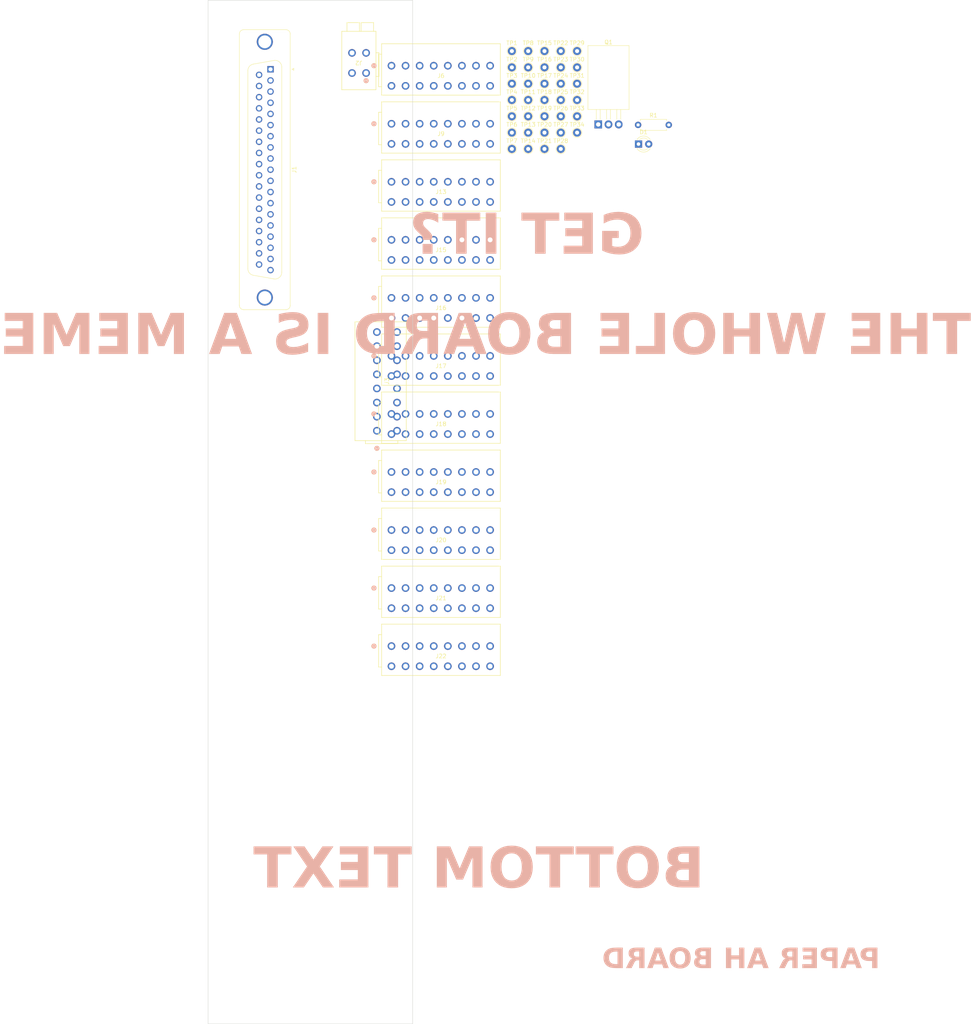
<source format=kicad_pcb>
(kicad_pcb (version 20241229) (generator "pcbnew") (generator_version "9.0")
  (title_block (title "NI_9205_Breakout") (date "2025-11-25") (rev "V1.0") (company "SDSU Rocket Project"))
  (layers (0 "F.Cu" signal) (2 "B.Cu" signal) (13 "F.Paste" user) (15 "B.Paste" user) (5 "F.SilkS" user "F.Silkscreen") (7 "B.SilkS" user "B.Silkscreen") (1 "F.Mask" user) (3 "B.Mask" user) (25 "Edge.Cuts" user))
  (net 0 "")
  (net 1 "COM")
  (net 2 "Net-(D1-A)")
  (net 3 "NI9205A_AI7")
  (net 4 "NI9205A_AI26")
  (net 5 "NI9205A_AI3")
  (net 6 "NI9205A_AI22")
  (net 7 "NI9205A_AI18")
  (net 8 "NI9205A_AI4")
  (net 9 "NI9205A_AI30")
  (net 10 "NI9205A_AI21")
  (net 11 "NI9205A_AI13")
  (net 12 "NI9205A_AI5")
  (net 13 "NI9205A_AI29")
  (net 14 "NI9205A_AI1")
  (net 15 "NI9205A_AI15")
  (net 17 "NI9205A_AI0")
  (net 18 "NI9205A_AI10")
  (net 19 "NI9205A_AI23")
  (net 20 "NI9205A_AI25")
  (net 21 "NI9205A_AI14")
  (net 22 "NI9205A_AI12")
  (net 23 "NI9205A_AI20")
  (net 24 "NI9205A_AISENSE")
  (net 25 "NI9205A_AI24")
  (net 26 "NI9205A_AI31")
  (net 27 "NI9205A_AI11")
  (net 28 "NI9205A_DO0")
  (net 29 "NI9205A_AI19")
  (net 30 "NI9205A_AI2")
  (net 31 "NI9205A_AI8")
  (net 32 "NI9205A_AI16")
  (net 33 "NI9205A_AI6")
  (net 34 "NI9205A_AI9")
  (net 35 "NI9205A_AI17")
  (net 36 "NI9205A_PFI0")
  (net 37 "NI9205A_AI28")
  (net 38 "NI9205A_AI27")
  (net 39 "Net-(J2-2_1)")
  (net 40 "NI9205A_PWR")
  (footprint "TestPoint:TestPoint_THTPad_D2.0mm_Drill1.0mm" (layer "F.Cu") (at 117.045 50.180401)
    (property "Reference" "TP32" (at 0 -1.998 0) (layer "F.SilkS"))
    (property "Value" "TestPoint")
    (pad "1" thru_hole circle (at 0 0) (size 2 2) (drill 1) (layers "*.Cu" "*.Mask") (net 13 "NI9205A_AI29"))
  )
  (footprint "TestPoint:TestPoint_THTPad_D2.0mm_Drill1.0mm" (layer "F.Cu") (at 100.845 62.330401)
    (property "Reference" "TP7" (at 0 -1.998 0) (layer "F.SilkS"))
    (property "Value" "TestPoint")
    (pad "1" thru_hole circle (at 0 0) (size 2 2) (drill 1) (layers "*.Cu" "*.Mask") (net 8 "NI9205A_AI4"))
  )
  (footprint "TestPoint:TestPoint_THTPad_D2.0mm_Drill1.0mm" (layer "F.Cu") (at 108.945 46.130401)
    (property "Reference" "TP17" (at 0 -1.998 0) (layer "F.SilkS"))
    (property "Value" "TestPoint")
    (pad "1" thru_hole circle (at 0 0) (size 2 2) (drill 1) (layers "*.Cu" "*.Mask") (net 21 "NI9205A_AI14"))
  )
  (footprint "Connector_Dsub:DSUB-37_Pins_Vertical_P2.77x2.84mm_MountingHoles" (layer "F.Cu") (at 40.9 42.55 -90)
    (property "Reference" "J1" (at 24.93 -5.89 90) (layer "F.SilkS"))
    (property "Value" "NI9205CONN")
    (pad "0" thru_hole circle (at -6.82 1.42 270) (size 4 4) (drill 3.2) (layers "*.Cu" "*.Mask") (net 1 "COM"))
    (pad "0" thru_hole circle (at 56.68 1.42 270) (size 4 4) (drill 3.2) (layers "*.Cu" "*.Mask") (net 1 "COM"))
    (pad "1" thru_hole rect (at 0 0 270) (size 1.6 1.6) (drill 1) (layers "*.Cu" "*.Mask") (net 17 "NI9205A_AI0"))
    (pad "2" thru_hole circle (at 2.77 0 270) (size 1.6 1.6) (drill 1) (layers "*.Cu" "*.Mask") (net 14 "NI9205A_AI1"))
    (pad "3" thru_hole circle (at 5.54 0 270) (size 1.6 1.6) (drill 1) (layers "*.Cu" "*.Mask") (net 30 "NI9205A_AI2"))
    (pad "4" thru_hole circle (at 8.31 0 270) (size 1.6 1.6) (drill 1) (layers "*.Cu" "*.Mask") (net 5 "NI9205A_AI3"))
    (pad "5" thru_hole circle (at 11.08 0 270) (size 1.6 1.6) (drill 1) (layers "*.Cu" "*.Mask") (net 8 "NI9205A_AI4"))
    (pad "6" thru_hole circle (at 13.85 0 270) (size 1.6 1.6) (drill 1) (layers "*.Cu" "*.Mask") (net 12 "NI9205A_AI5"))
    (pad "7" thru_hole circle (at 16.62 0 270) (size 1.6 1.6) (drill 1) (layers "*.Cu" "*.Mask") (net 33 "NI9205A_AI6"))
    (pad "8" thru_hole circle (at 19.39 0 270) (size 1.6 1.6) (drill 1) (layers "*.Cu" "*.Mask") (net 3 "NI9205A_AI7"))
    (pad "9" thru_hole circle (at 22.16 0 270) (size 1.6 1.6) (drill 1) (layers "*.Cu" "*.Mask") (net 31 "NI9205A_AI8"))
    (pad "10" thru_hole circle (at 24.93 0 270) (size 1.6 1.6) (drill 1) (layers "*.Cu" "*.Mask") (net 34 "NI9205A_AI9"))
    (pad "11" thru_hole circle (at 27.7 0 270) (size 1.6 1.6) (drill 1) (layers "*.Cu" "*.Mask") (net 18 "NI9205A_AI10"))
    (pad "12" thru_hole circle (at 30.47 0 270) (size 1.6 1.6) (drill 1) (layers "*.Cu" "*.Mask") (net 27 "NI9205A_AI11"))
    (pad "13" thru_hole circle (at 33.24 0 270) (size 1.6 1.6) (drill 1) (layers "*.Cu" "*.Mask") (net 22 "NI9205A_AI12"))
    (pad "14" thru_hole circle (at 36.01 0 270) (size 1.6 1.6) (drill 1) (layers "*.Cu" "*.Mask") (net 11 "NI9205A_AI13"))
    (pad "15" thru_hole circle (at 38.78 0 270) (size 1.6 1.6) (drill 1) (layers "*.Cu" "*.Mask") (net 21 "NI9205A_AI14"))
    (pad "16" thru_hole circle (at 41.55 0 270) (size 1.6 1.6) (drill 1) (layers "*.Cu" "*.Mask") (net 15 "NI9205A_AI15"))
    (pad "17" thru_hole circle (at 44.32 0 270) (size 1.6 1.6) (drill 1) (layers "*.Cu" "*.Mask") (net 32 "NI9205A_AI16"))
    (pad "18" thru_hole circle (at 47.09 0 270) (size 1.6 1.6) (drill 1) (layers "*.Cu" "*.Mask") (net 35 "NI9205A_AI17"))
    (pad "19" thru_hole circle (at 49.86 0 270) (size 1.6 1.6) (drill 1) (layers "*.Cu" "*.Mask") (net 7 "NI9205A_AI18"))
    (pad "20" thru_hole circle (at 1.385 2.84 270) (size 1.6 1.6) (drill 1) (layers "*.Cu" "*.Mask") (net 29 "NI9205A_AI19"))
    (pad "21" thru_hole circle (at 4.155 2.84 270) (size 1.6 1.6) (drill 1) (layers "*.Cu" "*.Mask") (net 23 "NI9205A_AI20"))
    (pad "22" thru_hole circle (at 6.925 2.84 270) (size 1.6 1.6) (drill 1) (layers "*.Cu" "*.Mask") (net 10 "NI9205A_AI21"))
    (pad "23" thru_hole circle (at 9.695 2.84 270) (size 1.6 1.6) (drill 1) (layers "*.Cu" "*.Mask") (net 6 "NI9205A_AI22"))
    (pad "24" thru_hole circle (at 12.465 2.84 270) (size 1.6 1.6) (drill 1) (layers "*.Cu" "*.Mask") (net 19 "NI9205A_AI23"))
    (pad "25" thru_hole circle (at 15.235 2.84 270) (size 1.6 1.6) (drill 1) (layers "*.Cu" "*.Mask") (net 25 "NI9205A_AI24"))
    (pad "26" thru_hole circle (at 18.005 2.84 270) (size 1.6 1.6) (drill 1) (layers "*.Cu" "*.Mask") (net 20 "NI9205A_AI25"))
    (pad "27" thru_hole circle (at 20.775 2.84 270) (size 1.6 1.6) (drill 1) (layers "*.Cu" "*.Mask") (net 4 "NI9205A_AI26"))
    (pad "28" thru_hole circle (at 23.545 2.84 270) (size 1.6 1.6) (drill 1) (layers "*.Cu" "*.Mask") (net 38 "NI9205A_AI27"))
    (pad "29" thru_hole circle (at 26.315 2.84 270) (size 1.6 1.6) (drill 1) (layers "*.Cu" "*.Mask") (net 37 "NI9205A_AI28"))
    (pad "30" thru_hole circle (at 29.085 2.84 270) (size 1.6 1.6) (drill 1) (layers "*.Cu" "*.Mask") (net 13 "NI9205A_AI29"))
    (pad "31" thru_hole circle (at 31.855 2.84 270) (size 1.6 1.6) (drill 1) (layers "*.Cu" "*.Mask") (net 9 "NI9205A_AI30"))
    (pad "32" thru_hole circle (at 34.625 2.84 270) (size 1.6 1.6) (drill 1) (layers "*.Cu" "*.Mask") (net 26 "NI9205A_AI31"))
    (pad "33" thru_hole circle (at 37.395 2.84 270) (size 1.6 1.6) (drill 1) (layers "*.Cu" "*.Mask") (net 1 "COM"))
    (pad "34" thru_hole circle (at 40.165 2.84 270) (size 1.6 1.6) (drill 1) (layers "*.Cu" "*.Mask") (net 28 "NI9205A_DO0"))
    (pad "35" thru_hole circle (at 42.935 2.84 270) (size 1.6 1.6) (drill 1) (layers "*.Cu" "*.Mask") (net 24 "NI9205A_AISENSE"))
    (pad "36" thru_hole circle (at 45.705 2.84 270) (size 1.6 1.6) (drill 1) (layers "*.Cu" "*.Mask") (net 36 "NI9205A_PFI0"))
    (pad "37" thru_hole circle (at 48.475 2.84 270) (size 1.6 1.6) (drill 1) (layers "*.Cu" "*.Mask"))
  )
  (footprint "TestPoint:TestPoint_THTPad_D2.0mm_Drill1.0mm" (layer "F.Cu") (at 108.945 58.280401)
    (property "Reference" "TP20" (at 0 -1.998 0) (layer "F.SilkS"))
    (property "Value" "TestPoint")
    (pad "1" thru_hole circle (at 0 0) (size 2 2) (drill 1) (layers "*.Cu" "*.Mask") (net 35 "NI9205A_AI17"))
  )
  (footprint "TestPoint:TestPoint_THTPad_D2.0mm_Drill1.0mm" (layer "F.Cu") (at 108.945 50.180401)
    (property "Reference" "TP18" (at 0 -1.998 0) (layer "F.SilkS"))
    (property "Value" "TestPoint")
    (pad "1" thru_hole circle (at 0 0) (size 2 2) (drill 1) (layers "*.Cu" "*.Mask") (net 15 "NI9205A_AI15"))
  )
  (footprint "TestPoint:TestPoint_THTPad_D2.0mm_Drill1.0mm" (layer "F.Cu") (at 104.895 38.030401)
    (property "Reference" "TP8" (at 0 -1.998 0) (layer "F.SilkS"))
    (property "Value" "TestPoint")
    (pad "1" thru_hole circle (at 0 0) (size 2 2) (drill 1) (layers "*.Cu" "*.Mask") (net 12 "NI9205A_AI5"))
  )
  (footprint "TestPoint:TestPoint_THTPad_D2.0mm_Drill1.0mm" (layer "F.Cu") (at 108.945 38.030401)
    (property "Reference" "TP15" (at 0 -1.998 0) (layer "F.SilkS"))
    (property "Value" "TestPoint")
    (pad "1" thru_hole circle (at 0 0) (size 2 2) (drill 1) (layers "*.Cu" "*.Mask") (net 22 "NI9205A_AI12"))
  )
  (footprint "TestPoint:TestPoint_THTPad_D2.0mm_Drill1.0mm" (layer "F.Cu") (at 100.845 54.230401)
    (property "Reference" "TP5" (at 0 -1.998 0) (layer "F.SilkS"))
    (property "Value" "TestPoint")
    (pad "1" thru_hole circle (at 0 0) (size 2 2) (drill 1) (layers "*.Cu" "*.Mask") (net 30 "NI9205A_AI2"))
  )
  (footprint "WAGO_2601_3108:CONN8_2601-3108_WAG" (layer "F.Cu") (at 70.939995 128.1284)
    (property "Reference" "J18" (at 12.300001 2.5 0) (layer "F.SilkS"))
    (property "Value" "2601-3108")
    (pad "1" thru_hole circle (at 0 0) (size 1.9 1.9) (drill 1.2) (layers "*.Cu" "*.Mask") (net 1 "COM"))
    (pad "2" thru_hole circle (at 0 5) (size 1.9 1.9) (drill 1.2) (layers "*.Cu" "*.Mask") (net 1 "COM"))
    (pad "3" thru_hole circle (at 3.500001 0) (size 1.9 1.9) (drill 1.2) (layers "*.Cu" "*.Mask") (net 1 "COM"))
    (pad "4" thru_hole circle (at 3.500001 5) (size 1.9 1.9) (drill 1.2) (layers "*.Cu" "*.Mask") (net 1 "COM"))
    (pad "5" thru_hole circle (at 7.000002 0) (size 1.9 1.9) (drill 1.2) (layers "*.Cu" "*.Mask") (net 1 "COM"))
    (pad "6" thru_hole circle (at 7.000002 5) (size 1.9 1.9) (drill 1.2) (layers "*.Cu" "*.Mask") (net 1 "COM"))
    (pad "7" thru_hole circle (at 10.500002 0) (size 1.9 1.9) (drill 1.2) (layers "*.Cu" "*.Mask") (net 1 "COM"))
    (pad "8" thru_hole circle (at 10.500002 5) (size 1.9 1.9) (drill 1.2) (layers "*.Cu" "*.Mask") (net 1 "COM"))
    (pad "9" thru_hole circle (at 14.000003 0) (size 1.9 1.9) (drill 1.2) (layers "*.Cu" "*.Mask") (net 1 "COM"))
    (pad "10" thru_hole circle (at 14.000003 5) (size 1.9 1.9) (drill 1.2) (layers "*.Cu" "*.Mask") (net 1 "COM"))
    (pad "11" thru_hole circle (at 17.500003 0) (size 1.9 1.9) (drill 1.2) (layers "*.Cu" "*.Mask") (net 1 "COM"))
    (pad "12" thru_hole circle (at 17.500003 5) (size 1.9 1.9) (drill 1.2) (layers "*.Cu" "*.Mask") (net 1 "COM"))
    (pad "13" thru_hole circle (at 21.000004 0) (size 1.9 1.9) (drill 1.2) (layers "*.Cu" "*.Mask") (net 1 "COM"))
    (pad "14" thru_hole circle (at 21.000004 5) (size 1.9 1.9) (drill 1.2) (layers "*.Cu" "*.Mask") (net 1 "COM"))
    (pad "15" thru_hole circle (at 24.500005 0) (size 1.9 1.9) (drill 1.2) (layers "*.Cu" "*.Mask") (net 1 "COM"))
    (pad "16" thru_hole circle (at 24.500005 5) (size 1.9 1.9) (drill 1.2) (layers "*.Cu" "*.Mask") (net 1 "COM"))
  )
  (footprint "WAGO_2601_3108:CONN8_2601-3108_WAG" (layer "F.Cu") (at 67.32 132.300005 90)
    (property "Reference" "J3" (at 12.300001 2.5 90) (layer "F.SilkS"))
    (property "Value" "2601-3108")
    (pad "1" thru_hole circle (at 0 0 90) (size 1.9 1.9) (drill 1.2) (layers "*.Cu" "*.Mask") (net 40 "NI9205A_PWR"))
    (pad "2" thru_hole circle (at 0 5 90) (size 1.9 1.9) (drill 1.2) (layers "*.Cu" "*.Mask") (net 40 "NI9205A_PWR"))
    (pad "3" thru_hole circle (at 3.500001 0 90) (size 1.9 1.9) (drill 1.2) (layers "*.Cu" "*.Mask") (net 40 "NI9205A_PWR"))
    (pad "4" thru_hole circle (at 3.500001 5 90) (size 1.9 1.9) (drill 1.2) (layers "*.Cu" "*.Mask") (net 40 "NI9205A_PWR"))
    (pad "5" thru_hole circle (at 7.000002 0 90) (size 1.9 1.9) (drill 1.2) (layers "*.Cu" "*.Mask") (net 40 "NI9205A_PWR"))
    (pad "6" thru_hole circle (at 7.000002 5 90) (size 1.9 1.9) (drill 1.2) (layers "*.Cu" "*.Mask") (net 40 "NI9205A_PWR"))
    (pad "7" thru_hole circle (at 10.500002 0 90) (size 1.9 1.9) (drill 1.2) (layers "*.Cu" "*.Mask") (net 40 "NI9205A_PWR"))
    (pad "8" thru_hole circle (at 10.500002 5 90) (size 1.9 1.9) (drill 1.2) (layers "*.Cu" "*.Mask") (net 40 "NI9205A_PWR"))
    (pad "9" thru_hole circle (at 14.000003 0 90) (size 1.9 1.9) (drill 1.2) (layers "*.Cu" "*.Mask") (net 40 "NI9205A_PWR"))
    (pad "10" thru_hole circle (at 14.000003 5 90) (size 1.9 1.9) (drill 1.2) (layers "*.Cu" "*.Mask") (net 40 "NI9205A_PWR"))
    (pad "11" thru_hole circle (at 17.500003 0 90) (size 1.9 1.9) (drill 1.2) (layers "*.Cu" "*.Mask") (net 40 "NI9205A_PWR"))
    (pad "12" thru_hole circle (at 17.500003 5 90) (size 1.9 1.9) (drill 1.2) (layers "*.Cu" "*.Mask") (net 40 "NI9205A_PWR"))
    (pad "13" thru_hole circle (at 21.000004 0 90) (size 1.9 1.9) (drill 1.2) (layers "*.Cu" "*.Mask") (net 40 "NI9205A_PWR"))
    (pad "14" thru_hole circle (at 21.000004 5 90) (size 1.9 1.9) (drill 1.2) (layers "*.Cu" "*.Mask") (net 40 "NI9205A_PWR"))
    (pad "15" thru_hole circle (at 24.500005 0 90) (size 1.9 1.9) (drill 1.2) (layers "*.Cu" "*.Mask") (net 40 "NI9205A_PWR"))
    (pad "16" thru_hole circle (at 24.500005 5 90) (size 1.9 1.9) (drill 1.2) (layers "*.Cu" "*.Mask") (net 40 "NI9205A_PWR"))
  )
  (footprint "TestPoint:TestPoint_THTPad_D2.0mm_Drill1.0mm" (layer "F.Cu") (at 104.895 62.330401)
    (property "Reference" "TP14" (at 0 -1.998 0) (layer "F.SilkS"))
    (property "Value" "TestPoint")
    (pad "1" thru_hole circle (at 0 0) (size 2 2) (drill 1) (layers "*.Cu" "*.Mask") (net 27 "NI9205A_AI11"))
  )
  (footprint "TestPoint:TestPoint_THTPad_D2.0mm_Drill1.0mm" (layer "F.Cu") (at 108.945 42.080401)
    (property "Reference" "TP16" (at 0 -1.998 0) (layer "F.SilkS"))
    (property "Value" "TestPoint")
    (pad "1" thru_hole circle (at 0 0) (size 2 2) (drill 1) (layers "*.Cu" "*.Mask") (net 11 "NI9205A_AI13"))
  )
  (footprint "Resistor_THT:R_Axial_DIN0207_L6.3mm_D2.5mm_P7.62mm_Horizontal" (layer "F.Cu") (at 132.195 56.360401)
    (property "Reference" "R1" (at 3.81 -2.37 0) (layer "F.SilkS"))
    (property "Value" "1.1k")
    (pad "1" thru_hole circle (at 0 0) (size 1.6 1.6) (drill 0.8) (layers "*.Cu" "*.Mask") (net 40 "NI9205A_PWR"))
    (pad "2" thru_hole circle (at 7.62 0) (size 1.6 1.6) (drill 0.8) (layers "*.Cu" "*.Mask") (net 2 "Net-(D1-A)"))
  )
  (footprint "WAGO_2601_3108:CONN8_2601-3108_WAG" (layer "F.Cu") (at 70.939995 41.666)
    (property "Reference" "J6" (at 12.300001 2.5 0) (layer "F.SilkS"))
    (property "Value" "2601-3108")
    (pad "1" thru_hole circle (at 0 0) (size 1.9 1.9) (drill 1.2) (layers "*.Cu" "*.Mask") (net 40 "NI9205A_PWR"))
    (pad "2" thru_hole circle (at 0 5) (size 1.9 1.9) (drill 1.2) (layers "*.Cu" "*.Mask") (net 40 "NI9205A_PWR"))
    (pad "3" thru_hole circle (at 3.500001 0) (size 1.9 1.9) (drill 1.2) (layers "*.Cu" "*.Mask") (net 40 "NI9205A_PWR"))
    (pad "4" thru_hole circle (at 3.500001 5) (size 1.9 1.9) (drill 1.2) (layers "*.Cu" "*.Mask") (net 40 "NI9205A_PWR"))
    (pad "5" thru_hole circle (at 7.000002 0) (size 1.9 1.9) (drill 1.2) (layers "*.Cu" "*.Mask") (net 40 "NI9205A_PWR"))
    (pad "6" thru_hole circle (at 7.000002 5) (size 1.9 1.9) (drill 1.2) (layers "*.Cu" "*.Mask") (net 40 "NI9205A_PWR"))
    (pad "7" thru_hole circle (at 10.500002 0) (size 1.9 1.9) (drill 1.2) (layers "*.Cu" "*.Mask") (net 40 "NI9205A_PWR"))
    (pad "8" thru_hole circle (at 10.500002 5) (size 1.9 1.9) (drill 1.2) (layers "*.Cu" "*.Mask") (net 40 "NI9205A_PWR"))
    (pad "9" thru_hole circle (at 14.000003 0) (size 1.9 1.9) (drill 1.2) (layers "*.Cu" "*.Mask") (net 40 "NI9205A_PWR"))
    (pad "10" thru_hole circle (at 14.000003 5) (size 1.9 1.9) (drill 1.2) (layers "*.Cu" "*.Mask") (net 40 "NI9205A_PWR"))
    (pad "11" thru_hole circle (at 17.500003 0) (size 1.9 1.9) (drill 1.2) (layers "*.Cu" "*.Mask") (net 40 "NI9205A_PWR"))
    (pad "12" thru_hole circle (at 17.500003 5) (size 1.9 1.9) (drill 1.2) (layers "*.Cu" "*.Mask") (net 40 "NI9205A_PWR"))
    (pad "13" thru_hole circle (at 21.000004 0) (size 1.9 1.9) (drill 1.2) (layers "*.Cu" "*.Mask") (net 40 "NI9205A_PWR"))
    (pad "14" thru_hole circle (at 21.000004 5) (size 1.9 1.9) (drill 1.2) (layers "*.Cu" "*.Mask") (net 40 "NI9205A_PWR"))
    (pad "15" thru_hole circle (at 24.500005 0) (size 1.9 1.9) (drill 1.2) (layers "*.Cu" "*.Mask") (net 40 "NI9205A_PWR"))
    (pad "16" thru_hole circle (at 24.500005 5) (size 1.9 1.9) (drill 1.2) (layers "*.Cu" "*.Mask") (net 40 "NI9205A_PWR"))
  )
  (footprint "TestPoint:TestPoint_THTPad_D2.0mm_Drill1.0mm" (layer "F.Cu") (at 100.845 42.080401)
    (property "Reference" "TP2" (at 0 -1.998 0) (layer "F.SilkS"))
    (property "Value" "TestPoint")
    (pad "1" thru_hole circle (at 0 0) (size 2 2) (drill 1) (layers "*.Cu" "*.Mask") (net 1 "COM"))
  )
  (footprint "TestPoint:TestPoint_THTPad_D2.0mm_Drill1.0mm" (layer "F.Cu") (at 117.045 38.030401)
    (property "Reference" "TP29" (at 0 -1.998 0) (layer "F.SilkS"))
    (property "Value" "TestPoint")
    (pad "1" thru_hole circle (at 0 0) (size 2 2) (drill 1) (layers "*.Cu" "*.Mask") (net 4 "NI9205A_AI26"))
  )
  (footprint "TestPoint:TestPoint_THTPad_D2.0mm_Drill1.0mm" (layer "F.Cu") (at 100.845 38.030401)
    (property "Reference" "TP1" (at 0 -1.998 0) (layer "F.SilkS"))
    (property "Value" "TestPoint")
    (pad "1" thru_hole circle (at 0 0) (size 2 2) (drill 1) (layers "*.Cu" "*.Mask") (net 40 "NI9205A_PWR"))
  )
  (footprint "TestPoint:TestPoint_THTPad_D2.0mm_Drill1.0mm" (layer "F.Cu") (at 100.845 58.280401)
    (property "Reference" "TP6" (at 0 -1.998 0) (layer "F.SilkS"))
    (property "Value" "TestPoint")
    (pad "1" thru_hole circle (at 0 0) (size 2 2) (drill 1) (layers "*.Cu" "*.Mask") (net 5 "NI9205A_AI3"))
  )
  (footprint "WAGO_2601_3108:CONN8_2601-3108_WAG" (layer "F.Cu") (at 70.939995 99.3076)
    (property "Reference" "J16" (at 12.300001 2.5 0) (layer "F.SilkS"))
    (property "Value" "2601-3108")
    (pad "1" thru_hole circle (at 0 0) (size 1.9 1.9) (drill 1.2) (layers "*.Cu" "*.Mask") (net 1 "COM"))
    (pad "2" thru_hole circle (at 0 5) (size 1.9 1.9) (drill 1.2) (layers "*.Cu" "*.Mask") (net 1 "COM"))
    (pad "3" thru_hole circle (at 3.500001 0) (size 1.9 1.9) (drill 1.2) (layers "*.Cu" "*.Mask") (net 1 "COM"))
    (pad "4" thru_hole circle (at 3.500001 5) (size 1.9 1.9) (drill 1.2) (layers "*.Cu" "*.Mask") (net 1 "COM"))
    (pad "5" thru_hole circle (at 7.000002 0) (size 1.9 1.9) (drill 1.2) (layers "*.Cu" "*.Mask") (net 1 "COM"))
    (pad "6" thru_hole circle (at 7.000002 5) (size 1.9 1.9) (drill 1.2) (layers "*.Cu" "*.Mask") (net 1 "COM"))
    (pad "7" thru_hole circle (at 10.500002 0) (size 1.9 1.9) (drill 1.2) (layers "*.Cu" "*.Mask") (net 1 "COM"))
    (pad "8" thru_hole circle (at 10.500002 5) (size 1.9 1.9) (drill 1.2) (layers "*.Cu" "*.Mask") (net 1 "COM"))
    (pad "9" thru_hole circle (at 14.000003 0) (size 1.9 1.9) (drill 1.2) (layers "*.Cu" "*.Mask") (net 1 "COM"))
    (pad "10" thru_hole circle (at 14.000003 5) (size 1.9 1.9) (drill 1.2) (layers "*.Cu" "*.Mask") (net 1 "COM"))
    (pad "11" thru_hole circle (at 17.500003 0) (size 1.9 1.9) (drill 1.2) (layers "*.Cu" "*.Mask") (net 1 "COM"))
    (pad "12" thru_hole circle (at 17.500003 5) (size 1.9 1.9) (drill 1.2) (layers "*.Cu" "*.Mask") (net 1 "COM"))
    (pad "13" thru_hole circle (at 21.000004 0) (size 1.9 1.9) (drill 1.2) (layers "*.Cu" "*.Mask") (net 1 "COM"))
    (pad "14" thru_hole circle (at 21.000004 5) (size 1.9 1.9) (drill 1.2) (layers "*.Cu" "*.Mask") (net 1 "COM"))
    (pad "15" thru_hole circle (at 24.500005 0) (size 1.9 1.9) (drill 1.2) (layers "*.Cu" "*.Mask") (net 1 "COM"))
    (pad "16" thru_hole circle (at 24.500005 5) (size 1.9 1.9) (drill 1.2) (layers "*.Cu" "*.Mask") (net 1 "COM"))
  )
  (footprint "TestPoint:TestPoint_THTPad_D2.0mm_Drill1.0mm" (layer "F.Cu") (at 108.945 62.330401)
    (property "Reference" "TP21" (at 0 -1.998 0) (layer "F.SilkS"))
    (property "Value" "TestPoint")
    (pad "1" thru_hole circle (at 0 0) (size 2 2) (drill 1) (layers "*.Cu" "*.Mask") (net 7 "NI9205A_AI18"))
  )
  (footprint "WAGO_2601_3108:CONN8_2601-3108_WAG" (layer "F.Cu") (at 70.939995 142.5388)
    (property "Reference" "J19" (at 12.300001 2.5 0) (layer "F.SilkS"))
    (property "Value" "2601-3108")
    (pad "1" thru_hole circle (at 0 0) (size 1.9 1.9) (drill 1.2) (layers "*.Cu" "*.Mask") (net 17 "NI9205A_AI0"))
    (pad "2" thru_hole circle (at 0 5) (size 1.9 1.9) (drill 1.2) (layers "*.Cu" "*.Mask") (net 17 "NI9205A_AI0"))
    (pad "3" thru_hole circle (at 3.500001 0) (size 1.9 1.9) (drill 1.2) (layers "*.Cu" "*.Mask") (net 14 "NI9205A_AI1"))
    (pad "4" thru_hole circle (at 3.500001 5) (size 1.9 1.9) (drill 1.2) (layers "*.Cu" "*.Mask") (net 14 "NI9205A_AI1"))
    (pad "5" thru_hole circle (at 7.000002 0) (size 1.9 1.9) (drill 1.2) (layers "*.Cu" "*.Mask") (net 30 "NI9205A_AI2"))
    (pad "6" thru_hole circle (at 7.000002 5) (size 1.9 1.9) (drill 1.2) (layers "*.Cu" "*.Mask") (net 30 "NI9205A_AI2"))
    (pad "7" thru_hole circle (at 10.500002 0) (size 1.9 1.9) (drill 1.2) (layers "*.Cu" "*.Mask") (net 5 "NI9205A_AI3"))
    (pad "8" thru_hole circle (at 10.500002 5) (size 1.9 1.9) (drill 1.2) (layers "*.Cu" "*.Mask") (net 5 "NI9205A_AI3"))
    (pad "9" thru_hole circle (at 14.000003 0) (size 1.9 1.9) (drill 1.2) (layers "*.Cu" "*.Mask") (net 8 "NI9205A_AI4"))
    (pad "10" thru_hole circle (at 14.000003 5) (size 1.9 1.9) (drill 1.2) (layers "*.Cu" "*.Mask") (net 8 "NI9205A_AI4"))
    (pad "11" thru_hole circle (at 17.500003 0) (size 1.9 1.9) (drill 1.2) (layers "*.Cu" "*.Mask") (net 12 "NI9205A_AI5"))
    (pad "12" thru_hole circle (at 17.500003 5) (size 1.9 1.9) (drill 1.2) (layers "*.Cu" "*.Mask") (net 12 "NI9205A_AI5"))
    (pad "13" thru_hole circle (at 21.000004 0) (size 1.9 1.9) (drill 1.2) (layers "*.Cu" "*.Mask") (net 33 "NI9205A_AI6"))
    (pad "14" thru_hole circle (at 21.000004 5) (size 1.9 1.9) (drill 1.2) (layers "*.Cu" "*.Mask") (net 33 "NI9205A_AI6"))
    (pad "15" thru_hole circle (at 24.500005 0) (size 1.9 1.9) (drill 1.2) (layers "*.Cu" "*.Mask") (net 3 "NI9205A_AI7"))
    (pad "16" thru_hole circle (at 24.500005 5) (size 1.9 1.9) (drill 1.2) (layers "*.Cu" "*.Mask") (net 3 "NI9205A_AI7"))
  )
  (footprint "TestPoint:TestPoint_THTPad_D2.0mm_Drill1.0mm" (layer "F.Cu") (at 112.995 42.080401)
    (property "Reference" "TP23" (at 0 -1.998 0) (layer "F.SilkS"))
    (property "Value" "TestPoint")
    (pad "1" thru_hole circle (at 0 0) (size 2 2) (drill 1) (layers "*.Cu" "*.Mask") (net 23 "NI9205A_AI20"))
  )
  (footprint "WAGO_2601_3108:CONN8_2601-3108_WAG" (layer "F.Cu") (at 70.939995 56.0764)
    (property "Reference" "J9" (at 12.300001 2.5 0) (layer "F.SilkS"))
    (property "Value" "2601-3108")
    (pad "1" thru_hole circle (at 0 0) (size 1.9 1.9) (drill 1.2) (layers "*.Cu" "*.Mask") (net 40 "NI9205A_PWR"))
    (pad "2" thru_hole circle (at 0 5) (size 1.9 1.9) (drill 1.2) (layers "*.Cu" "*.Mask") (net 40 "NI9205A_PWR"))
    (pad "3" thru_hole circle (at 3.500001 0) (size 1.9 1.9) (drill 1.2) (layers "*.Cu" "*.Mask") (net 40 "NI9205A_PWR"))
    (pad "4" thru_hole circle (at 3.500001 5) (size 1.9 1.9) (drill 1.2) (layers "*.Cu" "*.Mask") (net 40 "NI9205A_PWR"))
    (pad "5" thru_hole circle (at 7.000002 0) (size 1.9 1.9) (drill 1.2) (layers "*.Cu" "*.Mask") (net 40 "NI9205A_PWR"))
    (pad "6" thru_hole circle (at 7.000002 5) (size 1.9 1.9) (drill 1.2) (layers "*.Cu" "*.Mask") (net 40 "NI9205A_PWR"))
    (pad "7" thru_hole circle (at 10.500002 0) (size 1.9 1.9) (drill 1.2) (layers "*.Cu" "*.Mask") (net 40 "NI9205A_PWR"))
    (pad "8" thru_hole circle (at 10.500002 5) (size 1.9 1.9) (drill 1.2) (layers "*.Cu" "*.Mask") (net 40 "NI9205A_PWR"))
    (pad "9" thru_hole circle (at 14.000003 0) (size 1.9 1.9) (drill 1.2) (layers "*.Cu" "*.Mask") (net 40 "NI9205A_PWR"))
    (pad "10" thru_hole circle (at 14.000003 5) (size 1.9 1.9) (drill 1.2) (layers "*.Cu" "*.Mask") (net 40 "NI9205A_PWR"))
    (pad "11" thru_hole circle (at 17.500003 0) (size 1.9 1.9) (drill 1.2) (layers "*.Cu" "*.Mask") (net 40 "NI9205A_PWR"))
    (pad "12" thru_hole circle (at 17.500003 5) (size 1.9 1.9) (drill 1.2) (layers "*.Cu" "*.Mask") (net 40 "NI9205A_PWR"))
    (pad "13" thru_hole circle (at 21.000004 0) (size 1.9 1.9) (drill 1.2) (layers "*.Cu" "*.Mask") (net 40 "NI9205A_PWR"))
    (pad "14" thru_hole circle (at 21.000004 5) (size 1.9 1.9) (drill 1.2) (layers "*.Cu" "*.Mask") (net 40 "NI9205A_PWR"))
    (pad "15" thru_hole circle (at 24.500005 0) (size 1.9 1.9) (drill 1.2) (layers "*.Cu" "*.Mask") (net 40 "NI9205A_PWR"))
    (pad "16" thru_hole circle (at 24.500005 5) (size 1.9 1.9) (drill 1.2) (layers "*.Cu" "*.Mask") (net 40 "NI9205A_PWR"))
  )
  (footprint "TestPoint:TestPoint_THTPad_D2.0mm_Drill1.0mm" (layer "F.Cu") (at 112.995 50.180401)
    (property "Reference" "TP25" (at 0 -1.998 0) (layer "F.SilkS"))
    (property "Value" "TestPoint")
    (pad "1" thru_hole circle (at 0 0) (size 2 2) (drill 1) (layers "*.Cu" "*.Mask") (net 6 "NI9205A_AI22"))
  )
  (footprint "WAGO_2601_3108:CONN8_2601-3108_WAG" (layer "F.Cu") (at 70.939995 156.9492)
    (property "Reference" "J20" (at 12.300001 2.5 0) (layer "F.SilkS"))
    (property "Value" "2601-3108")
    (pad "1" thru_hole circle (at 0 0) (size 1.9 1.9) (drill 1.2) (layers "*.Cu" "*.Mask") (net 31 "NI9205A_AI8"))
    (pad "2" thru_hole circle (at 0 5) (size 1.9 1.9) (drill 1.2) (layers "*.Cu" "*.Mask") (net 31 "NI9205A_AI8"))
    (pad "3" thru_hole circle (at 3.500001 0) (size 1.9 1.9) (drill 1.2) (layers "*.Cu" "*.Mask") (net 34 "NI9205A_AI9"))
    (pad "4" thru_hole circle (at 3.500001 5) (size 1.9 1.9) (drill 1.2) (layers "*.Cu" "*.Mask") (net 34 "NI9205A_AI9"))
    (pad "5" thru_hole circle (at 7.000002 0) (size 1.9 1.9) (drill 1.2) (layers "*.Cu" "*.Mask") (net 18 "NI9205A_AI10"))
    (pad "6" thru_hole circle (at 7.000002 5) (size 1.9 1.9) (drill 1.2) (layers "*.Cu" "*.Mask") (net 18 "NI9205A_AI10"))
    (pad "7" thru_hole circle (at 10.500002 0) (size 1.9 1.9) (drill 1.2) (layers "*.Cu" "*.Mask") (net 27 "NI9205A_AI11"))
    (pad "8" thru_hole circle (at 10.500002 5) (size 1.9 1.9) (drill 1.2) (layers "*.Cu" "*.Mask") (net 27 "NI9205A_AI11"))
    (pad "9" thru_hole circle (at 14.000003 0) (size 1.9 1.9) (drill 1.2) (layers "*.Cu" "*.Mask") (net 22 "NI9205A_AI12"))
    (pad "10" thru_hole circle (at 14.000003 5) (size 1.9 1.9) (drill 1.2) (layers "*.Cu" "*.Mask") (net 22 "NI9205A_AI12"))
    (pad "11" thru_hole circle (at 17.500003 0) (size 1.9 1.9) (drill 1.2) (layers "*.Cu" "*.Mask") (net 11 "NI9205A_AI13"))
    (pad "12" thru_hole circle (at 17.500003 5) (size 1.9 1.9) (drill 1.2) (layers "*.Cu" "*.Mask") (net 11 "NI9205A_AI13"))
    (pad "13" thru_hole circle (at 21.000004 0) (size 1.9 1.9) (drill 1.2) (layers "*.Cu" "*.Mask") (net 21 "NI9205A_AI14"))
    (pad "14" thru_hole circle (at 21.000004 5) (size 1.9 1.9) (drill 1.2) (layers "*.Cu" "*.Mask") (net 21 "NI9205A_AI14"))
    (pad "15" thru_hole circle (at 24.500005 0) (size 1.9 1.9) (drill 1.2) (layers "*.Cu" "*.Mask") (net 15 "NI9205A_AI15"))
    (pad "16" thru_hole circle (at 24.500005 5) (size 1.9 1.9) (drill 1.2) (layers "*.Cu" "*.Mask") (net 15 "NI9205A_AI15"))
  )
  (footprint "TestPoint:TestPoint_THTPad_D2.0mm_Drill1.0mm" (layer "F.Cu") (at 104.895 46.130401)
    (property "Reference" "TP10" (at 0 -1.998 0) (layer "F.SilkS"))
    (property "Value" "TestPoint")
    (pad "1" thru_hole circle (at 0 0) (size 2 2) (drill 1) (layers "*.Cu" "*.Mask") (net 3 "NI9205A_AI7"))
  )
  (footprint "WAGO_2601_3108:CONN8_2601-3108_WAG" (layer "F.Cu") (at 70.939995 70.4868)
    (property "Reference" "J13" (at 12.300001 2.5 0) (layer "F.SilkS"))
    (property "Value" "2601-3108")
    (pad "1" thru_hole circle (at 0 0) (size 1.9 1.9) (drill 1.2) (layers "*.Cu" "*.Mask") (net 1 "COM"))
    (pad "2" thru_hole circle (at 0 5) (size 1.9 1.9) (drill 1.2) (layers "*.Cu" "*.Mask") (net 1 "COM"))
    (pad "3" thru_hole circle (at 3.500001 0) (size 1.9 1.9) (drill 1.2) (layers "*.Cu" "*.Mask") (net 1 "COM"))
    (pad "4" thru_hole circle (at 3.500001 5) (size 1.9 1.9) (drill 1.2) (layers "*.Cu" "*.Mask") (net 1 "COM"))
    (pad "5" thru_hole circle (at 7.000002 0) (size 1.9 1.9) (drill 1.2) (layers "*.Cu" "*.Mask") (net 1 "COM"))
    (pad "6" thru_hole circle (at 7.000002 5) (size 1.9 1.9) (drill 1.2) (layers "*.Cu" "*.Mask") (net 1 "COM"))
    (pad "7" thru_hole circle (at 10.500002 0) (size 1.9 1.9) (drill 1.2) (layers "*.Cu" "*.Mask") (net 1 "COM"))
    (pad "8" thru_hole circle (at 10.500002 5) (size 1.9 1.9) (drill 1.2) (layers "*.Cu" "*.Mask") (net 1 "COM"))
    (pad "9" thru_hole circle (at 14.000003 0) (size 1.9 1.9) (drill 1.2) (layers "*.Cu" "*.Mask") (net 1 "COM"))
    (pad "10" thru_hole circle (at 14.000003 5) (size 1.9 1.9) (drill 1.2) (layers "*.Cu" "*.Mask") (net 1 "COM"))
    (pad "11" thru_hole circle (at 17.500003 0) (size 1.9 1.9) (drill 1.2) (layers "*.Cu" "*.Mask") (net 1 "COM"))
    (pad "12" thru_hole circle (at 17.500003 5) (size 1.9 1.9) (drill 1.2) (layers "*.Cu" "*.Mask") (net 1 "COM"))
    (pad "13" thru_hole circle (at 21.000004 0) (size 1.9 1.9) (drill 1.2) (layers "*.Cu" "*.Mask") (net 1 "COM"))
    (pad "14" thru_hole circle (at 21.000004 5) (size 1.9 1.9) (drill 1.2) (layers "*.Cu" "*.Mask") (net 1 "COM"))
    (pad "15" thru_hole circle (at 24.500005 0) (size 1.9 1.9) (drill 1.2) (layers "*.Cu" "*.Mask") (net 1 "COM"))
    (pad "16" thru_hole circle (at 24.500005 5) (size 1.9 1.9) (drill 1.2) (layers "*.Cu" "*.Mask") (net 1 "COM"))
  )
  (footprint "TestPoint:TestPoint_THTPad_D2.0mm_Drill1.0mm" (layer "F.Cu") (at 112.995 46.130401)
    (property "Reference" "TP24" (at 0 -1.998 0) (layer "F.SilkS"))
    (property "Value" "TestPoint")
    (pad "1" thru_hole circle (at 0 0) (size 2 2) (drill 1) (layers "*.Cu" "*.Mask") (net 10 "NI9205A_AI21"))
  )
  (footprint "TestPoint:TestPoint_THTPad_D2.0mm_Drill1.0mm" (layer "F.Cu") (at 112.995 58.280401)
    (property "Reference" "TP27" (at 0 -1.998 0) (layer "F.SilkS"))
    (property "Value" "TestPoint")
    (pad "1" thru_hole circle (at 0 0) (size 2 2) (drill 1) (layers "*.Cu" "*.Mask") (net 25 "NI9205A_AI24"))
  )
  (footprint "TestPoint:TestPoint_THTPad_D2.0mm_Drill1.0mm" (layer "F.Cu") (at 104.895 54.230401)
    (property "Reference" "TP12" (at 0 -1.998 0) (layer "F.SilkS"))
    (property "Value" "TestPoint")
    (pad "1" thru_hole circle (at 0 0) (size 2 2) (drill 1) (layers "*.Cu" "*.Mask") (net 34 "NI9205A_AI9"))
  )
  (footprint "WAGO_2601_1102:CONN2_2601-1102_WAG" (layer "F.Cu") (at 64.64 43.48 180)
    (property "Reference" "J2" (at 1.8 2.5 180) (layer "F.SilkS"))
    (property "Value" "PWRCONN")
    (pad "1" thru_hole circle (at 0 0 180) (size 1.9 1.9) (drill 1.2) (layers "*.Cu" "*.Mask") (net 1 "COM"))
    (pad "2" thru_hole circle (at 0 5 180) (size 1.9 1.9) (drill 1.2) (layers "*.Cu" "*.Mask") (net 1 "COM"))
    (pad "3" thru_hole circle (at 3.5 0 180) (size 1.9 1.9) (drill 1.2) (layers "*.Cu" "*.Mask") (net 39 "Net-(J2-2_1)"))
    (pad "4" thru_hole circle (at 3.5 5 180) (size 1.9 1.9) (drill 1.2) (layers "*.Cu" "*.Mask") (net 39 "Net-(J2-2_1)"))
  )
  (footprint "TestPoint:TestPoint_THTPad_D2.0mm_Drill1.0mm" (layer "F.Cu") (at 100.845 46.130401)
    (property "Reference" "TP3" (at 0 -1.998 0) (layer "F.SilkS"))
    (property "Value" "TestPoint")
    (pad "1" thru_hole circle (at 0 0) (size 2 2) (drill 1) (layers "*.Cu" "*.Mask") (net 17 "NI9205A_AI0"))
  )
  (footprint "TestPoint:TestPoint_THTPad_D2.0mm_Drill1.0mm" (layer "F.Cu") (at 117.045 46.130401)
    (property "Reference" "TP31" (at 0 -1.998 0) (layer "F.SilkS"))
    (property "Value" "TestPoint")
    (pad "1" thru_hole circle (at 0 0) (size 2 2) (drill 1) (layers "*.Cu" "*.Mask") (net 37 "NI9205A_AI28"))
  )
  (footprint "TestPoint:TestPoint_THTPad_D2.0mm_Drill1.0mm" (layer "F.Cu") (at 104.895 58.280401)
    (property "Reference" "TP13" (at 0 -1.998 0) (layer "F.SilkS"))
    (property "Value" "TestPoint")
    (pad "1" thru_hole circle (at 0 0) (size 2 2) (drill 1) (layers "*.Cu" "*.Mask") (net 18 "NI9205A_AI10"))
  )
  (footprint "TestPoint:TestPoint_THTPad_D2.0mm_Drill1.0mm" (layer "F.Cu") (at 104.895 50.180401)
    (property "Reference" "TP11" (at 0 -1.998 0) (layer "F.SilkS"))
    (property "Value" "TestPoint")
    (pad "1" thru_hole circle (at 0 0) (size 2 2) (drill 1) (layers "*.Cu" "*.Mask") (net 31 "NI9205A_AI8"))
  )
  (footprint "LED_THT:LED_D3.0mm" (layer "F.Cu") (at 132.295 61.120401)
    (property "Reference" "D1" (at 1.27 -2.96 0) (layer "F.SilkS"))
    (property "Value" "LED")
    (pad "1" thru_hole rect (at 0 0) (size 1.8 1.8) (drill 0.9) (layers "*.Cu" "*.Mask") (net 1 "COM"))
    (pad "2" thru_hole circle (at 2.54 0) (size 1.8 1.8) (drill 0.9) (layers "*.Cu" "*.Mask") (net 2 "Net-(D1-A)"))
  )
  (footprint "TestPoint:TestPoint_THTPad_D2.0mm_Drill1.0mm" (layer "F.Cu") (at 104.895 42.080401)
    (property "Reference" "TP9" (at 0 -1.998 0) (layer "F.SilkS"))
    (property "Value" "TestPoint")
    (pad "1" thru_hole circle (at 0 0) (size 2 2) (drill 1) (layers "*.Cu" "*.Mask") (net 33 "NI9205A_AI6"))
  )
  (footprint "WAGO_2601_3108:CONN8_2601-3108_WAG" (layer "F.Cu") (at 70.939995 171.3596)
    (property "Reference" "J21" (at 12.300001 2.5 0) (layer "F.SilkS"))
    (property "Value" "2601-3108")
    (pad "1" thru_hole circle (at 0 0) (size 1.9 1.9) (drill 1.2) (layers "*.Cu" "*.Mask") (net 32 "NI9205A_AI16"))
    (pad "2" thru_hole circle (at 0 5) (size 1.9 1.9) (drill 1.2) (layers "*.Cu" "*.Mask") (net 32 "NI9205A_AI16"))
    (pad "3" thru_hole circle (at 3.500001 0) (size 1.9 1.9) (drill 1.2) (layers "*.Cu" "*.Mask") (net 35 "NI9205A_AI17"))
    (pad "4" thru_hole circle (at 3.500001 5) (size 1.9 1.9) (drill 1.2) (layers "*.Cu" "*.Mask") (net 35 "NI9205A_AI17"))
    (pad "5" thru_hole circle (at 7.000002 0) (size 1.9 1.9) (drill 1.2) (layers "*.Cu" "*.Mask") (net 7 "NI9205A_AI18"))
    (pad "6" thru_hole circle (at 7.000002 5) (size 1.9 1.9) (drill 1.2) (layers "*.Cu" "*.Mask") (net 7 "NI9205A_AI18"))
    (pad "7" thru_hole circle (at 10.500002 0) (size 1.9 1.9) (drill 1.2) (layers "*.Cu" "*.Mask") (net 29 "NI9205A_AI19"))
    (pad "8" thru_hole circle (at 10.500002 5) (size 1.9 1.9) (drill 1.2) (layers "*.Cu" "*.Mask") (net 29 "NI9205A_AI19"))
    (pad "9" thru_hole circle (at 14.000003 0) (size 1.9 1.9) (drill 1.2) (layers "*.Cu" "*.Mask") (net 23 "NI9205A_AI20"))
    (pad "10" thru_hole circle (at 14.000003 5) (size 1.9 1.9) (drill 1.2) (layers "*.Cu" "*.Mask") (net 23 "NI9205A_AI20"))
    (pad "11" thru_hole circle (at 17.500003 0) (size 1.9 1.9) (drill 1.2) (layers "*.Cu" "*.Mask") (net 10 "NI9205A_AI21"))
    (pad "12" thru_hole circle (at 17.500003 5) (size 1.9 1.9) (drill 1.2) (layers "*.Cu" "*.Mask") (net 10 "NI9205A_AI21"))
    (pad "13" thru_hole circle (at 21.000004 0) (size 1.9 1.9) (drill 1.2) (layers "*.Cu" "*.Mask") (net 6 "NI9205A_AI22"))
    (pad "14" thru_hole circle (at 21.000004 5) (size 1.9 1.9) (drill 1.2) (layers "*.Cu" "*.Mask") (net 6 "NI9205A_AI22"))
    (pad "15" thru_hole circle (at 24.500005 0) (size 1.9 1.9) (drill 1.2) (layers "*.Cu" "*.Mask") (net 19 "NI9205A_AI23"))
    (pad "16" thru_hole circle (at 24.500005 5) (size 1.9 1.9) (drill 1.2) (layers "*.Cu" "*.Mask") (net 19 "NI9205A_AI23"))
  )
  (footprint "WAGO_2601_3108:CONN8_2601-3108_WAG" (layer "F.Cu") (at 70.939995 84.8972)
    (property "Reference" "J15" (at 12.300001 2.5 0) (layer "F.SilkS"))
    (property "Value" "2601-3108")
    (pad "1" thru_hole circle (at 0 0) (size 1.9 1.9) (drill 1.2) (layers "*.Cu" "*.Mask") (net 40 "NI9205A_PWR"))
    (pad "2" thru_hole circle (at 0 5) (size 1.9 1.9) (drill 1.2) (layers "*.Cu" "*.Mask") (net 40 "NI9205A_PWR"))
    (pad "3" thru_hole circle (at 3.500001 0) (size 1.9 1.9) (drill 1.2) (layers "*.Cu" "*.Mask") (net 40 "NI9205A_PWR"))
    (pad "4" thru_hole circle (at 3.500001 5) (size 1.9 1.9) (drill 1.2) (layers "*.Cu" "*.Mask") (net 40 "NI9205A_PWR"))
    (pad "5" thru_hole circle (at 7.000002 0) (size 1.9 1.9) (drill 1.2) (layers "*.Cu" "*.Mask") (net 40 "NI9205A_PWR"))
    (pad "6" thru_hole circle (at 7.000002 5) (size 1.9 1.9) (drill 1.2) (layers "*.Cu" "*.Mask") (net 40 "NI9205A_PWR"))
    (pad "7" thru_hole circle (at 10.500002 0) (size 1.9 1.9) (drill 1.2) (layers "*.Cu" "*.Mask") (net 40 "NI9205A_PWR"))
    (pad "8" thru_hole circle (at 10.500002 5) (size 1.9 1.9) (drill 1.2) (layers "*.Cu" "*.Mask") (net 40 "NI9205A_PWR"))
    (pad "9" thru_hole circle (at 14.000003 0) (size 1.9 1.9) (drill 1.2) (layers "*.Cu" "*.Mask") (net 40 "NI9205A_PWR"))
    (pad "10" thru_hole circle (at 14.000003 5) (size 1.9 1.9) (drill 1.2) (layers "*.Cu" "*.Mask") (net 40 "NI9205A_PWR"))
    (pad "11" thru_hole circle (at 17.500003 0) (size 1.9 1.9) (drill 1.2) (layers "*.Cu" "*.Mask") (net 40 "NI9205A_PWR"))
    (pad "12" thru_hole circle (at 17.500003 5) (size 1.9 1.9) (drill 1.2) (layers "*.Cu" "*.Mask") (net 40 "NI9205A_PWR"))
    (pad "13" thru_hole circle (at 21.000004 0) (size 1.9 1.9) (drill 1.2) (layers "*.Cu" "*.Mask") (net 40 "NI9205A_PWR"))
    (pad "14" thru_hole circle (at 21.000004 5) (size 1.9 1.9) (drill 1.2) (layers "*.Cu" "*.Mask") (net 40 "NI9205A_PWR"))
    (pad "15" thru_hole circle (at 24.500005 0) (size 1.9 1.9) (drill 1.2) (layers "*.Cu" "*.Mask") (net 40 "NI9205A_PWR"))
    (pad "16" thru_hole circle (at 24.500005 5) (size 1.9 1.9) (drill 1.2) (layers "*.Cu" "*.Mask") (net 40 "NI9205A_PWR"))
  )
  (footprint "Package_TO_SOT_THT:TO-220-3_Horizontal_TabDown" (layer "F.Cu") (at 122.305 56.240401)
    (property "Reference" "Q1" (at 2.54 -20.41 0) (layer "F.SilkS"))
    (property "Value" "FQP27P06")
    (pad "" np_thru_hole circle (at 2.54 -16.66) (size 3.5 3.5) (drill 3.5) (layers "*.Cu" "*.Mask"))
    (pad "1" thru_hole rect (at 0 0) (size 1.905 2) (drill 1.1) (layers "*.Cu" "*.Mask") (net 1 "COM"))
    (pad "2" thru_hole oval (at 2.54 0) (size 1.905 2) (drill 1.1) (layers "*.Cu" "*.Mask") (net 39 "Net-(J2-2_1)"))
    (pad "3" thru_hole oval (at 5.08 0) (size 1.905 2) (drill 1.1) (layers "*.Cu" "*.Mask") (net 40 "NI9205A_PWR"))
  )
  (footprint "TestPoint:TestPoint_THTPad_D2.0mm_Drill1.0mm" (layer "F.Cu") (at 108.945 54.230401)
    (property "Reference" "TP19" (at 0 -1.998 0) (layer "F.SilkS"))
    (property "Value" "TestPoint")
    (pad "1" thru_hole circle (at 0 0) (size 2 2) (drill 1) (layers "*.Cu" "*.Mask") (net 32 "NI9205A_AI16"))
  )
  (footprint "TestPoint:TestPoint_THTPad_D2.0mm_Drill1.0mm" (layer "F.Cu") (at 100.845 50.180401)
    (property "Reference" "TP4" (at 0 -1.998 0) (layer "F.SilkS"))
    (property "Value" "TestPoint")
    (pad "1" thru_hole circle (at 0 0) (size 2 2) (drill 1) (layers "*.Cu" "*.Mask") (net 14 "NI9205A_AI1"))
  )
  (footprint "TestPoint:TestPoint_THTPad_D2.0mm_Drill1.0mm" (layer "F.Cu") (at 117.045 58.280401)
    (property "Reference" "TP34" (at 0 -1.998 0) (layer "F.SilkS"))
    (property "Value" "TestPoint")
    (pad "1" thru_hole circle (at 0 0) (size 2 2) (drill 1) (layers "*.Cu" "*.Mask") (net 26 "NI9205A_AI31"))
  )
  (footprint "WAGO_2601_3108:CONN8_2601-3108_WAG" (layer "F.Cu") (at 70.939995 185.77)
    (property "Reference" "J22" (at 12.300001 2.5 0) (layer "F.SilkS"))
    (property "Value" "2601-3108")
    (pad "1" thru_hole circle (at 0 0) (size 1.9 1.9) (drill 1.2) (layers "*.Cu" "*.Mask") (net 25 "NI9205A_AI24"))
    (pad "2" thru_hole circle (at 0 5) (size 1.9 1.9) (drill 1.2) (layers "*.Cu" "*.Mask") (net 25 "NI9205A_AI24"))
    (pad "3" thru_hole circle (at 3.500001 0) (size 1.9 1.9) (drill 1.2) (layers "*.Cu" "*.Mask") (net 20 "NI9205A_AI25"))
    (pad "4" thru_hole circle (at 3.500001 5) (size 1.9 1.9) (drill 1.2) (layers "*.Cu" "*.Mask") (net 20 "NI9205A_AI25"))
    (pad "5" thru_hole circle (at 7.000002 0) (size 1.9 1.9) (drill 1.2) (layers "*.Cu" "*.Mask") (net 4 "NI9205A_AI26"))
    (pad "6" thru_hole circle (at 7.000002 5) (size 1.9 1.9) (drill 1.2) (layers "*.Cu" "*.Mask") (net 4 "NI9205A_AI26"))
    (pad "7" thru_hole circle (at 10.500002 0) (size 1.9 1.9) (drill 1.2) (layers "*.Cu" "*.Mask") (net 38 "NI9205A_AI27"))
    (pad "8" thru_hole circle (at 10.500002 5) (size 1.9 1.9) (drill 1.2) (layers "*.Cu" "*.Mask") (net 38 "NI9205A_AI27"))
    (pad "9" thru_hole circle (at 14.000003 0) (size 1.9 1.9) (drill 1.2) (layers "*.Cu" "*.Mask") (net 37 "NI9205A_AI28"))
    (pad "10" thru_hole circle (at 14.000003 5) (size 1.9 1.9) (drill 1.2) (layers "*.Cu" "*.Mask") (net 37 "NI9205A_AI28"))
    (pad "11" thru_hole circle (at 17.500003 0) (size 1.9 1.9) (drill 1.2) (layers "*.Cu" "*.Mask") (net 13 "NI9205A_AI29"))
    (pad "12" thru_hole circle (at 17.500003 5) (size 1.9 1.9) (drill 1.2) (layers "*.Cu" "*.Mask") (net 13 "NI9205A_AI29"))
    (pad "13" thru_hole circle (at 21.000004 0) (size 1.9 1.9) (drill 1.2) (layers "*.Cu" "*.Mask") (net 9 "NI9205A_AI30"))
    (pad "14" thru_hole circle (at 21.000004 5) (size 1.9 1.9) (drill 1.2) (layers "*.Cu" "*.Mask") (net 9 "NI9205A_AI30"))
    (pad "15" thru_hole circle (at 24.500005 0) (size 1.9 1.9) (drill 1.2) (layers "*.Cu" "*.Mask") (net 26 "NI9205A_AI31"))
    (pad "16" thru_hole circle (at 24.500005 5) (size 1.9 1.9) (drill 1.2) (layers "*.Cu" "*.Mask") (net 26 "NI9205A_AI31"))
  )
  (footprint "TestPoint:TestPoint_THTPad_D2.0mm_Drill1.0mm" (layer "F.Cu") (at 117.045 42.080401)
    (property "Reference" "TP30" (at 0 -1.998 0) (layer "F.SilkS"))
    (property "Value" "TestPoint")
    (pad "1" thru_hole circle (at 0 0) (size 2 2) (drill 1) (layers "*.Cu" "*.Mask") (net 38 "NI9205A_AI27"))
  )
  (footprint "TestPoint:TestPoint_THTPad_D2.0mm_Drill1.0mm" (layer "F.Cu") (at 112.995 38.030401)
    (property "Reference" "TP22" (at 0 -1.998 0) (layer "F.SilkS"))
    (property "Value" "TestPoint")
    (pad "1" thru_hole circle (at 0 0) (size 2 2) (drill 1) (layers "*.Cu" "*.Mask") (net 29 "NI9205A_AI19"))
  )
  (footprint "WAGO_2601_3108:CONN8_2601-3108_WAG" (layer "F.Cu") (at 70.939995 113.718)
    (property "Reference" "J17" (at 12.300001 2.5 0) (layer "F.SilkS"))
    (property "Value" "2601-3108")
    (pad "1" thru_hole circle (at 0 0) (size 1.9 1.9) (drill 1.2) (layers "*.Cu" "*.Mask") (net 1 "COM"))
    (pad "2" thru_hole circle (at 0 5) (size 1.9 1.9) (drill 1.2) (layers "*.Cu" "*.Mask") (net 1 "COM"))
    (pad "3" thru_hole circle (at 3.500001 0) (size 1.9 1.9) (drill 1.2) (layers "*.Cu" "*.Mask") (net 1 "COM"))
    (pad "4" thru_hole circle (at 3.500001 5) (size 1.9 1.9) (drill 1.2) (layers "*.Cu" "*.Mask") (net 1 "COM"))
    (pad "5" thru_hole circle (at 7.000002 0) (size 1.9 1.9) (drill 1.2) (layers "*.Cu" "*.Mask") (net 1 "COM"))
    (pad "6" thru_hole circle (at 7.000002 5) (size 1.9 1.9) (drill 1.2) (layers "*.Cu" "*.Mask") (net 1 "COM"))
    (pad "7" thru_hole circle (at 10.500002 0) (size 1.9 1.9) (drill 1.2) (layers "*.Cu" "*.Mask") (net 1 "COM"))
    (pad "8" thru_hole circle (at 10.500002 5) (size 1.9 1.9) (drill 1.2) (layers "*.Cu" "*.Mask") (net 1 "COM"))
    (pad "9" thru_hole circle (at 14.000003 0) (size 1.9 1.9) (drill 1.2) (layers "*.Cu" "*.Mask") (net 1 "COM"))
    (pad "10" thru_hole circle (at 14.000003 5) (size 1.9 1.9) (drill 1.2) (layers "*.Cu" "*.Mask") (net 1 "COM"))
    (pad "11" thru_hole circle (at 17.500003 0) (size 1.9 1.9) (drill 1.2) (layers "*.Cu" "*.Mask") (net 1 "COM"))
    (pad "12" thru_hole circle (at 17.500003 5) (size 1.9 1.9) (drill 1.2) (layers "*.Cu" "*.Mask") (net 1 "COM"))
    (pad "13" thru_hole circle (at 21.000004 0) (size 1.9 1.9) (drill 1.2) (layers "*.Cu" "*.Mask") (net 1 "COM"))
    (pad "14" thru_hole circle (at 21.000004 5) (size 1.9 1.9) (drill 1.2) (layers "*.Cu" "*.Mask") (net 1 "COM"))
    (pad "15" thru_hole circle (at 24.500005 0) (size 1.9 1.9) (drill 1.2) (layers "*.Cu" "*.Mask") (net 1 "COM"))
    (pad "16" thru_hole circle (at 24.500005 5) (size 1.9 1.9) (drill 1.2) (layers "*.Cu" "*.Mask") (net 1 "COM"))
  )
  (footprint "TestPoint:TestPoint_THTPad_D2.0mm_Drill1.0mm" (layer "F.Cu") (at 117.045 54.230401)
    (property "Reference" "TP33" (at 0 -1.998 0) (layer "F.SilkS"))
    (property "Value" "TestPoint")
    (pad "1" thru_hole circle (at 0 0) (size 2 2) (drill 1) (layers "*.Cu" "*.Mask") (net 9 "NI9205A_AI30"))
  )
  (footprint "TestPoint:TestPoint_THTPad_D2.0mm_Drill1.0mm" (layer "F.Cu") (at 112.995 62.330401)
    (property "Reference" "TP28" (at 0 -1.998 0) (layer "F.SilkS"))
    (property "Value" "TestPoint")
    (pad "1" thru_hole circle (at 0 0) (size 2 2) (drill 1) (layers "*.Cu" "*.Mask") (net 20 "NI9205A_AI25"))
  )
  (footprint "TestPoint:TestPoint_THTPad_D2.0mm_Drill1.0mm" (layer "F.Cu") (at 112.995 54.230401)
    (property "Reference" "TP26" (at 0 -1.998 0) (layer "F.SilkS"))
    (property "Value" "TestPoint")
    (pad "1" thru_hole circle (at 0 0) (size 2 2) (drill 1) (layers "*.Cu" "*.Mask") (net 19 "NI9205A_AI23"))
  )
  (gr_rect (start 25.4 25.4) (end 76.2 279.57) (stroke (width 0.1)) (fill no) (layer "Edge.Cuts"))
  (gr_text "GET IT?" (at 133.731 90.043 0) (layer "B.SilkS") (effects (font (size 10 10) (thickness 0.8) (bold yes)) (justify left bottom mirror)))
  (gr_text "THE WHOLE BOARD IS A MEME" (at 214.884 114.935 0) (layer "B.SilkS") (effects (font (size 10 10) (thickness 0.8) (bold yes)) (justify left bottom mirror)))
  (gr_text "BOTTOM TEXT" (at 148.717 247.396 0) (layer "B.SilkS") (effects (font (size 10 10) (thickness 0.8) (bold yes)) (justify left bottom mirror)))
  (gr_text "PAPER AH BOARD" (at 192.278 266.573 0) (layer "B.SilkS") (effects (font (size 5 5) (thickness 0.8) (bold yes)) (justify left bottom mirror)))
)
</source>
